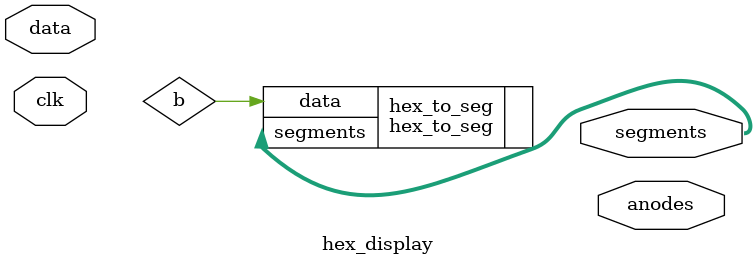
<source format=v>
module hex_display(
    input clk,
    input [15:0] data,

    output [3:0] anodes,
    output [6:0] segments
);

/*
*   Write logic for dynamic indication here.
*/

hex_to_seg hex_to_seg(.data(b), .segments(segments));

endmodule
</source>
